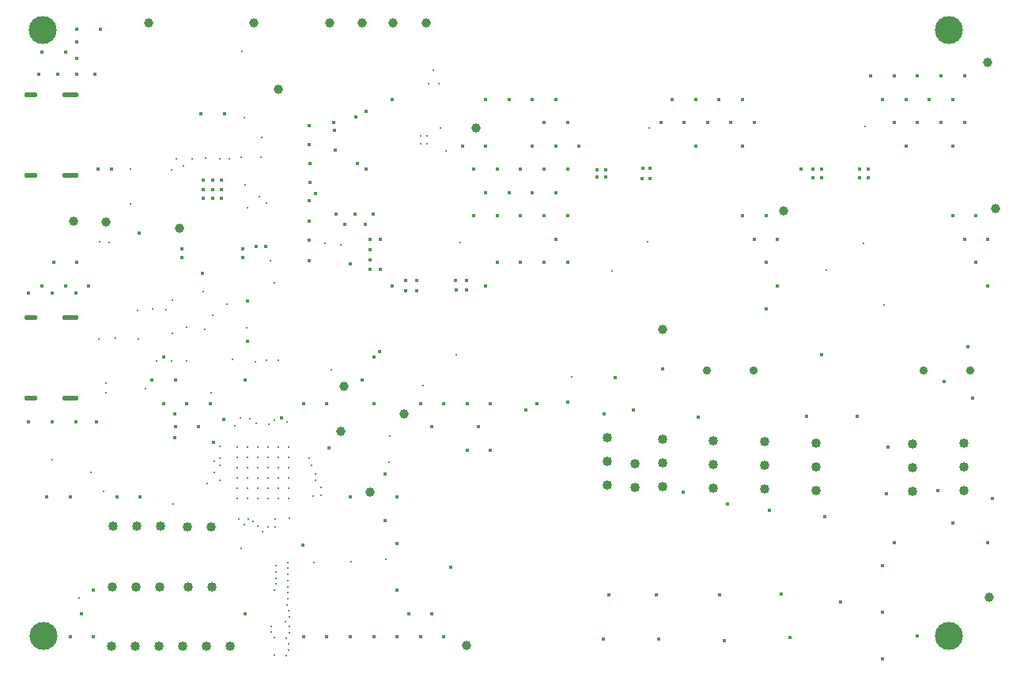
<source format=gbr>
%TF.GenerationSoftware,Altium Limited,Altium Designer,25.6.2 (33)*%
G04 Layer_Color=0*
%FSLAX45Y45*%
%MOMM*%
%TF.SameCoordinates,2E975FAE-7BB7-4674-B285-B64E5795C48D*%
%TF.FilePolarity,Positive*%
%TF.FileFunction,Plated,1,4,PTH,Drill*%
%TF.Part,Single*%
G01*
G75*
%TA.AperFunction,ComponentDrill*%
%ADD153C,1.00000*%
%ADD154C,1.00000*%
%ADD155C,3.00000*%
%ADD156C,1.01600*%
%ADD157C,0.90000*%
%ADD158O,1.75000X0.55000*%
%ADD159O,1.45000X0.55000*%
%ADD160C,1.01600*%
%TA.AperFunction,ViaDrill,NotFilled*%
%ADD161C,0.40000*%
%ADD162C,0.30000*%
%ADD163C,0.30480*%
D153*
X10416440Y5647440D02*
D03*
X10430000Y-83910D02*
D03*
X4168143Y1879824D02*
D03*
X3803662Y1044851D02*
D03*
X3491264Y1693058D02*
D03*
X4938290Y4943371D02*
D03*
X3524073Y2178717D02*
D03*
X8230000Y4060000D02*
D03*
X10500000Y4087440D02*
D03*
X630584Y3945371D02*
D03*
D154*
X4840000Y-600000D02*
D03*
X6939904Y2785000D02*
D03*
X2554913Y6075156D02*
D03*
X1434065D02*
D03*
X2823006Y5365700D02*
D03*
X978033Y3935931D02*
D03*
X1766667Y3875000D02*
D03*
X3373223Y6075156D02*
D03*
X4050000D02*
D03*
X3714912D02*
D03*
X4404100D02*
D03*
D155*
X302747Y-499994D02*
D03*
X300000Y6000000D02*
D03*
X10000000D02*
D03*
Y-500000D02*
D03*
D156*
X2108586Y26254D02*
D03*
X1854586D02*
D03*
X1554390D02*
D03*
X1046390D02*
D03*
X1300390D02*
D03*
X2100695Y674137D02*
D03*
X1846695D02*
D03*
X1563057Y680688D02*
D03*
X1055057D02*
D03*
X1309057D02*
D03*
X2302695Y-610006D02*
D03*
X2048695D02*
D03*
X1794695D02*
D03*
X1540695D02*
D03*
X1286695D02*
D03*
X1032695D02*
D03*
D157*
X7908000Y2349992D02*
D03*
X7408000D02*
D03*
X10230000D02*
D03*
X9730000D02*
D03*
D158*
X594912Y5302872D02*
D03*
Y4437871D02*
D03*
X594912Y2912500D02*
D03*
Y2047500D02*
D03*
D159*
X174912Y4437871D02*
D03*
Y5302872D02*
D03*
X174913Y2047500D02*
D03*
Y2912500D02*
D03*
D160*
X10164062Y1570269D02*
D03*
Y1062269D02*
D03*
Y1316269D02*
D03*
X9608463Y1560269D02*
D03*
Y1052269D02*
D03*
Y1306269D02*
D03*
X8579212Y1572361D02*
D03*
Y1064361D02*
D03*
Y1318361D02*
D03*
X8028904Y1589030D02*
D03*
Y1081030D02*
D03*
Y1335030D02*
D03*
X7478904Y1594029D02*
D03*
Y1086029D02*
D03*
Y1340029D02*
D03*
X6939904Y1609529D02*
D03*
Y1101529D02*
D03*
Y1355529D02*
D03*
X6636904Y1351151D02*
D03*
Y1097151D02*
D03*
X6342500Y1626173D02*
D03*
Y1118173D02*
D03*
Y1372173D02*
D03*
D161*
X3154831Y3526289D02*
D03*
Y3741288D02*
D03*
Y3951289D02*
D03*
X3591840Y3492619D02*
D03*
X3360000Y1520000D02*
D03*
X4670000Y240000D02*
D03*
X4041439Y5255419D02*
D03*
X3764912Y5128371D02*
D03*
X3664929Y4569971D02*
D03*
X3764912Y4508371D02*
D03*
X3841840Y2492619D02*
D03*
X4723353Y3215372D02*
D03*
X4720000Y3314817D02*
D03*
X3654912Y5068371D02*
D03*
X3841840Y1992619D02*
D03*
X3716840Y2242619D02*
D03*
X4466840Y1742619D02*
D03*
X4341840Y1992619D02*
D03*
X4591840D02*
D03*
X4301176Y3205770D02*
D03*
Y3314817D02*
D03*
X4184881Y3311125D02*
D03*
X1709447Y1879824D02*
D03*
X1715433Y1626173D02*
D03*
X5591840Y1992619D02*
D03*
X5091840D02*
D03*
X4966840Y1742619D02*
D03*
X5091840Y1492619D02*
D03*
X4841840Y1992619D02*
D03*
Y1492619D02*
D03*
X4466840Y-257381D02*
D03*
X4591840Y-507381D02*
D03*
X4216840Y-257381D02*
D03*
X4341840Y-507381D02*
D03*
X3966840Y1242619D02*
D03*
X4091840Y992619D02*
D03*
X3966840Y742619D02*
D03*
X4091840Y492619D02*
D03*
Y-7381D02*
D03*
Y-507381D02*
D03*
X3841840D02*
D03*
X3591840Y992619D02*
D03*
Y-507381D02*
D03*
X3216840Y4242619D02*
D03*
X3341840Y1992619D02*
D03*
Y-507381D02*
D03*
X3091840Y1992619D02*
D03*
Y-507381D02*
D03*
X2466840Y2242619D02*
D03*
Y-257381D02*
D03*
X2091840Y1992619D02*
D03*
X1966840Y1742619D02*
D03*
X1716840Y2242619D02*
D03*
X1841840Y1992619D02*
D03*
X1716840Y1742619D02*
D03*
X1591840Y2492619D02*
D03*
X1466840Y2242619D02*
D03*
X1591840Y1992619D02*
D03*
X1341840Y992619D02*
D03*
X1091840D02*
D03*
X841840Y-7381D02*
D03*
X716840Y-257381D02*
D03*
X841840Y-507381D02*
D03*
X591840Y992619D02*
D03*
Y-507381D02*
D03*
X341840Y992619D02*
D03*
X2489912Y2663581D02*
D03*
X3532673Y3912871D02*
D03*
X3750000Y3916220D02*
D03*
X3837197Y4019774D02*
D03*
X3645895Y4020372D02*
D03*
X3438532Y4019774D02*
D03*
X2494813Y3091294D02*
D03*
X3425543Y4918371D02*
D03*
X3429964Y4713371D02*
D03*
X8635000Y2512969D02*
D03*
X6937500Y2362500D02*
D03*
X6309984Y1884138D02*
D03*
X6622212Y1924138D02*
D03*
X7318204Y1849139D02*
D03*
X8475218Y1860000D02*
D03*
X9022683D02*
D03*
X8668514Y780000D02*
D03*
X8076144Y850000D02*
D03*
X7153920Y1043971D02*
D03*
X7626940Y915073D02*
D03*
X6357193Y-60163D02*
D03*
X6871380Y-59707D02*
D03*
X7547428D02*
D03*
X8208182Y-50000D02*
D03*
X8844917Y-130000D02*
D03*
X8301587Y-517236D02*
D03*
X7596341Y-549984D02*
D03*
X6896828Y-534141D02*
D03*
X6299424D02*
D03*
X9333145Y1025977D02*
D03*
X10041440Y711020D02*
D03*
X9952683Y2230000D02*
D03*
X9350000Y1529285D02*
D03*
X9885183Y1062269D02*
D03*
X10470000Y976717D02*
D03*
X10207138Y2600000D02*
D03*
X10253364Y2050000D02*
D03*
X8041440Y4005419D02*
D03*
X8166440Y3755419D02*
D03*
X8041440Y3505419D02*
D03*
X8166440Y3255419D02*
D03*
X8041440Y3005419D02*
D03*
X7791440Y4005419D02*
D03*
X7916440Y3755419D02*
D03*
X10291440Y4005419D02*
D03*
X10416440Y3755419D02*
D03*
X10291440Y3505419D02*
D03*
X10416440Y3255419D02*
D03*
X10041440Y4005419D02*
D03*
X10166440Y3755419D02*
D03*
X10416440Y505419D02*
D03*
X10166440Y5505419D02*
D03*
X10041440Y5255419D02*
D03*
X10166440Y5005419D02*
D03*
X10041440Y4755419D02*
D03*
X9916440Y5505419D02*
D03*
X9791440Y5255419D02*
D03*
X9916440Y5005419D02*
D03*
X9666440Y5505419D02*
D03*
X9541440Y5255419D02*
D03*
X9666440Y5005419D02*
D03*
X9541440Y4755419D02*
D03*
X9666440Y-494581D02*
D03*
X9416440Y5505419D02*
D03*
X9291440Y5255419D02*
D03*
X9416440Y5005419D02*
D03*
Y505419D02*
D03*
X9291440Y255419D02*
D03*
Y-244581D02*
D03*
Y-744581D02*
D03*
X9166440Y5505419D02*
D03*
X8416440Y4505419D02*
D03*
X7791440Y5255419D02*
D03*
X7916440Y5005419D02*
D03*
X7791440Y4755419D02*
D03*
X7541440Y5255419D02*
D03*
X7666440Y5005419D02*
D03*
X7291440Y5255419D02*
D03*
X7416440Y5005419D02*
D03*
X7291440Y4755419D02*
D03*
X7041440Y5255419D02*
D03*
X7166440Y5005419D02*
D03*
X6916440D02*
D03*
X6041440Y4755419D02*
D03*
X5791440Y5255419D02*
D03*
X5916440Y5005419D02*
D03*
X5791440Y4755419D02*
D03*
X5916440Y4505419D02*
D03*
X5791440Y4255419D02*
D03*
X5916440Y4005419D02*
D03*
X5791440Y3755419D02*
D03*
X5916440Y3505419D02*
D03*
Y2005419D02*
D03*
X5541440Y5255419D02*
D03*
X5666440Y5005419D02*
D03*
X5541440Y4755419D02*
D03*
X5666440Y4505419D02*
D03*
X5541440Y4255419D02*
D03*
X5666440Y4005419D02*
D03*
Y3505419D02*
D03*
X5291440Y5255419D02*
D03*
X5416440Y4505419D02*
D03*
X5291440Y4255419D02*
D03*
X5416440Y4005419D02*
D03*
Y3505419D02*
D03*
X5041439Y5255419D02*
D03*
Y4755419D02*
D03*
X5166440Y4505419D02*
D03*
X5041439Y4255419D02*
D03*
X5166440Y4005419D02*
D03*
Y3505419D02*
D03*
X5041439Y3255419D02*
D03*
X4791439Y4755419D02*
D03*
X4916439Y4505419D02*
D03*
Y4005419D02*
D03*
X4041439Y3255419D02*
D03*
X3416439Y5005419D02*
D03*
X916439Y6005419D02*
D03*
X791439Y3255419D02*
D03*
X666439Y6005419D02*
D03*
X541439Y5755419D02*
D03*
X666439Y3505419D02*
D03*
X541439Y3255419D02*
D03*
X291439Y5755419D02*
D03*
X416439Y3505419D02*
D03*
X291439Y3255419D02*
D03*
X6804948Y4403210D02*
D03*
Y4516755D02*
D03*
X6720000Y4403210D02*
D03*
X6720500Y4516755D02*
D03*
X6235000Y4418354D02*
D03*
Y4497440D02*
D03*
X6329560Y4418354D02*
D03*
Y4497440D02*
D03*
X8545000Y4410000D02*
D03*
Y4505000D02*
D03*
X8635000Y4410000D02*
D03*
X8636278Y4510000D02*
D03*
X9135000Y4410000D02*
D03*
Y4505000D02*
D03*
X9046341Y4410000D02*
D03*
Y4510000D02*
D03*
X4839490Y3215372D02*
D03*
Y3311125D02*
D03*
X4184881Y3205770D02*
D03*
X2856283Y1841645D02*
D03*
X2123695Y1576946D02*
D03*
X2236950Y1819145D02*
D03*
X3800000Y3750000D02*
D03*
X2243481Y5096938D02*
D03*
X1330679Y3823788D02*
D03*
X1784412Y3555371D02*
D03*
Y3655371D02*
D03*
X2114912Y4190372D02*
D03*
X2014912Y4290372D02*
D03*
Y4390371D02*
D03*
X5469104Y1924138D02*
D03*
X3800000Y3530000D02*
D03*
Y3640000D02*
D03*
X3910000Y3430000D02*
D03*
X3800000D02*
D03*
X3910000Y3750000D02*
D03*
X875000Y1800000D02*
D03*
X650000D02*
D03*
X400000D02*
D03*
X150000D02*
D03*
X650000Y3175000D02*
D03*
X400000D02*
D03*
X150000D02*
D03*
X3083880Y475438D02*
D03*
X3904912Y2550000D02*
D03*
X6425000Y2270000D02*
D03*
X2004912Y3385371D02*
D03*
X2584912Y3680372D02*
D03*
X2684912D02*
D03*
X3157331Y4564432D02*
D03*
X2442412Y3555371D02*
D03*
Y3655371D02*
D03*
X859912Y5520371D02*
D03*
X659912D02*
D03*
Y5695372D02*
D03*
Y5870372D02*
D03*
X459912Y5520371D02*
D03*
X3152331Y4765371D02*
D03*
X3157331Y4362872D02*
D03*
X3154831Y4163789D02*
D03*
X3152331Y4972871D02*
D03*
X2114912Y4290372D02*
D03*
X2214912D02*
D03*
Y4190372D02*
D03*
X2014912D02*
D03*
X2114912Y4390371D02*
D03*
X2214912D02*
D03*
X1989481Y5098851D02*
D03*
X259912Y5520371D02*
D03*
X889912Y4509972D02*
D03*
X1037712Y4505371D02*
D03*
D162*
X3387447Y2352796D02*
D03*
X2456848Y5055371D02*
D03*
X4011014Y1640865D02*
D03*
X4480550Y5565119D02*
D03*
X4005532Y1362334D02*
D03*
X4537450Y5418371D02*
D03*
X3324383Y3707102D02*
D03*
X2417117Y1839490D02*
D03*
X2917301Y1797917D02*
D03*
X2132764Y1255579D02*
D03*
X2062412Y1134083D02*
D03*
X3276359Y1098148D02*
D03*
X2601283Y677901D02*
D03*
X2711973Y672576D02*
D03*
X2788814D02*
D03*
Y754907D02*
D03*
X2656283Y618131D02*
D03*
X2420000Y440000D02*
D03*
X2550853Y728206D02*
D03*
X3221173Y1174324D02*
D03*
X2396297Y754907D02*
D03*
X2456283Y693185D02*
D03*
X2503405Y753639D02*
D03*
X3192161Y1003335D02*
D03*
X3276359Y1013032D02*
D03*
X2356137Y1754558D02*
D03*
X2516347Y1832864D02*
D03*
X2586037Y1778649D02*
D03*
X2716109Y1774490D02*
D03*
X2776283Y1816988D02*
D03*
X3216840Y1242619D02*
D03*
X817212Y1255579D02*
D03*
X2697964Y4144280D02*
D03*
X2618313Y4211593D02*
D03*
X2639912Y4845372D02*
D03*
X2931283Y976139D02*
D03*
X2821283D02*
D03*
X2711283D02*
D03*
X2601283D02*
D03*
X2491283D02*
D03*
X2381283D02*
D03*
X2931283Y1086139D02*
D03*
X2821283D02*
D03*
X2711283D02*
D03*
X2601283D02*
D03*
X2491283D02*
D03*
X2381283D02*
D03*
X2931283Y1196139D02*
D03*
X2821283D02*
D03*
X2711283D02*
D03*
X2601283D02*
D03*
X2491283D02*
D03*
X2381283D02*
D03*
X2931283Y1306139D02*
D03*
X2821283D02*
D03*
X2711283D02*
D03*
X2601283D02*
D03*
X2491283D02*
D03*
X2381283D02*
D03*
X2931283Y1416139D02*
D03*
X2821283D02*
D03*
X2711283D02*
D03*
X2601283D02*
D03*
X2491283D02*
D03*
X2381283D02*
D03*
X2931283Y1526139D02*
D03*
X2821283D02*
D03*
X2711283D02*
D03*
X2601283D02*
D03*
X2491283D02*
D03*
X2381283D02*
D03*
X2132764Y1370979D02*
D03*
X3148783Y1405171D02*
D03*
X4559194Y4946931D02*
D03*
X5960000Y2277957D02*
D03*
X8690812Y3422440D02*
D03*
X9310000Y3050000D02*
D03*
X1693371Y916041D02*
D03*
X3973156Y320901D02*
D03*
X3199847Y287386D02*
D03*
X687412Y-93636D02*
D03*
X2746870Y-391942D02*
D03*
X2745542Y-457328D02*
D03*
X2778598Y-513759D02*
D03*
X2778598Y-701560D02*
D03*
X2906709Y-707511D02*
D03*
X2929767Y-646311D02*
D03*
Y-580911D02*
D03*
X2906709Y-519711D02*
D03*
X2938936Y-462803D02*
D03*
X2939528Y-397405D02*
D03*
X2900369Y-345025D02*
D03*
X2792228Y253653D02*
D03*
Y188253D02*
D03*
Y122853D02*
D03*
Y57453D02*
D03*
X2777663Y-6305D02*
D03*
X2939769Y-291402D02*
D03*
X2934311Y-226230D02*
D03*
X2914880Y-163783D02*
D03*
X2924767Y-99135D02*
D03*
X2920398Y-33881D02*
D03*
X2920338Y31519D02*
D03*
Y96919D02*
D03*
Y162319D02*
D03*
Y227719D02*
D03*
Y293119D02*
D03*
X3491264Y3696221D02*
D03*
X3173695Y1331139D02*
D03*
X4427412Y5418371D02*
D03*
X3596173Y298036D02*
D03*
X1731712Y4619031D02*
D03*
X2041481Y4626405D02*
D03*
X1901481Y4617319D02*
D03*
X1804912Y4538371D02*
D03*
X2191481Y4613451D02*
D03*
X2434896Y5770000D02*
D03*
X1680000Y4500371D02*
D03*
X1690000Y2745000D02*
D03*
X2331481Y2466250D02*
D03*
X2014591Y3197857D02*
D03*
X1839555Y2809982D02*
D03*
X1400000Y2148717D02*
D03*
X1475570Y3005000D02*
D03*
X1690000Y3100371D02*
D03*
X1616557Y3000000D02*
D03*
X2032231Y2788250D02*
D03*
X1317263Y2991250D02*
D03*
X2193783Y1531139D02*
D03*
Y1411139D02*
D03*
X2101781Y2110000D02*
D03*
X2116481Y2943910D02*
D03*
X397412Y1394680D02*
D03*
X2193783Y1331139D02*
D03*
X946237Y1056139D02*
D03*
X2193783Y1171299D02*
D03*
X2938710Y765529D02*
D03*
X1320000Y2690000D02*
D03*
X1840000Y2450000D02*
D03*
X2576283Y2442421D02*
D03*
X972712Y2210000D02*
D03*
Y2113744D02*
D03*
X1075012Y2692500D02*
D03*
X900000Y2690000D02*
D03*
X1520000Y2450000D02*
D03*
X1680000D02*
D03*
X1009912Y3720758D02*
D03*
X910000Y3725000D02*
D03*
X2270110Y3060000D02*
D03*
X2481727Y2802500D02*
D03*
X2780813Y3285413D02*
D03*
X2696283Y2455000D02*
D03*
X2821283D02*
D03*
X9101240Y4965641D02*
D03*
X9085000Y3710000D02*
D03*
X6795000Y4945000D02*
D03*
X6774938Y3730503D02*
D03*
X6394091Y3412088D02*
D03*
X4370000Y2190000D02*
D03*
X4613600Y4700372D02*
D03*
X4730000Y2520000D02*
D03*
X4770000Y3720000D02*
D03*
X2494912Y4090372D02*
D03*
X2734912Y3526289D02*
D03*
X2419843Y4632341D02*
D03*
X2462477Y4340372D02*
D03*
X2634912Y4632341D02*
D03*
X1242263Y4505371D02*
D03*
Y4131589D02*
D03*
X2297981Y4613451D02*
D03*
D163*
X4414912Y4778371D02*
D03*
Y4858371D02*
D03*
X4344912D02*
D03*
Y4778371D02*
D03*
%TF.MD5,31eb408ff364a063505ffa1488f1a472*%
M02*

</source>
